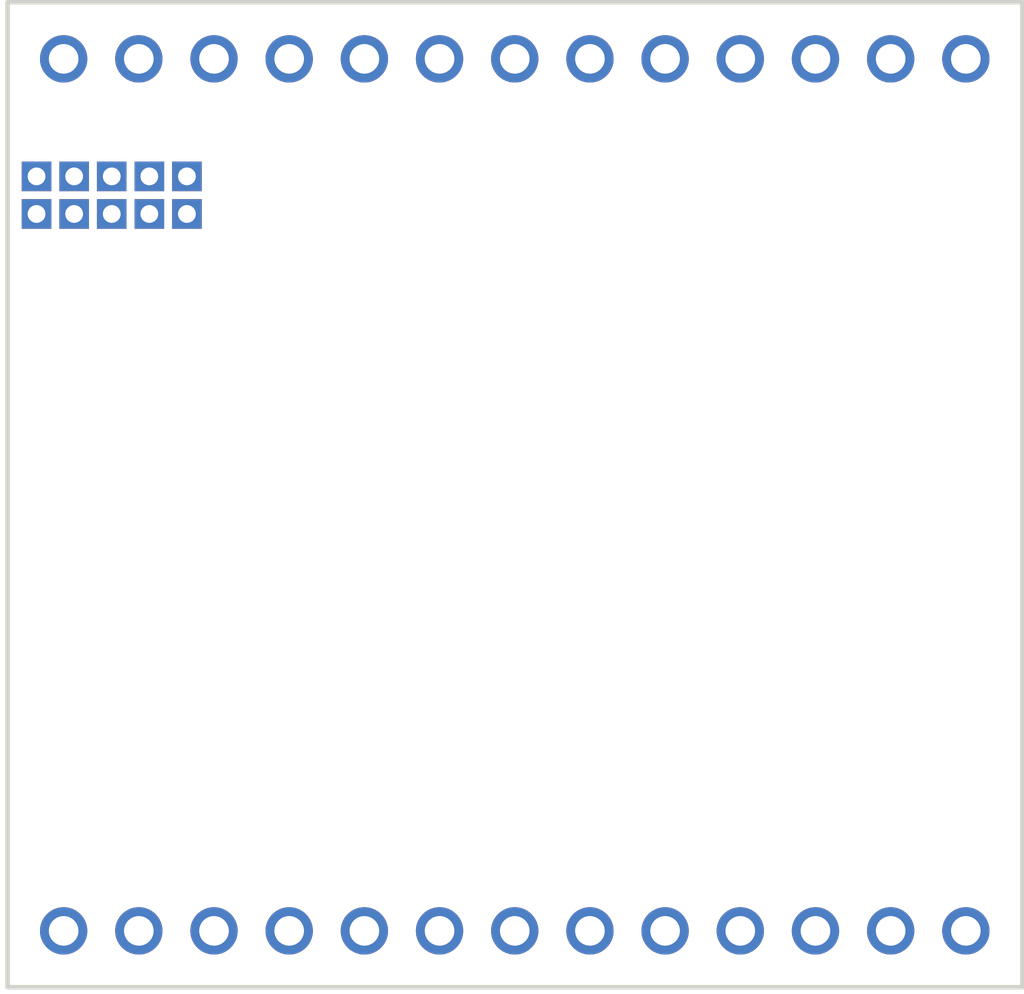
<source format=kicad_pcb>
(kicad_pcb (version 4) (host pcbnew 4.0.7)

  (general
    (links 0)
    (no_connects 0)
    (area 147.244999 69.3486 185.495001 106.755001)
    (thickness 1.6)
    (drawings 4)
    (tracks 0)
    (zones 0)
    (modules 1)
    (nets 27)
  )

  (page A4)
  (layers
    (0 F.Cu signal)
    (31 B.Cu signal)
    (32 B.Adhes user)
    (33 F.Adhes user)
    (34 B.Paste user)
    (35 F.Paste user)
    (36 B.SilkS user)
    (37 F.SilkS user)
    (38 B.Mask user)
    (39 F.Mask user)
    (40 Dwgs.User user)
    (41 Cmts.User user)
    (42 Eco1.User user)
    (43 Eco2.User user)
    (44 Edge.Cuts user)
    (45 Margin user)
    (46 B.CrtYd user)
    (47 F.CrtYd user)
    (48 B.Fab user)
    (49 F.Fab user)
  )

  (setup
    (last_trace_width 0.25)
    (trace_clearance 0.2)
    (zone_clearance 0.508)
    (zone_45_only no)
    (trace_min 0.2)
    (segment_width 0.2)
    (edge_width 0.15)
    (via_size 0.6)
    (via_drill 0.4)
    (via_min_size 0.4)
    (via_min_drill 0.3)
    (uvia_size 0.3)
    (uvia_drill 0.1)
    (uvias_allowed no)
    (uvia_min_size 0.2)
    (uvia_min_drill 0.1)
    (pcb_text_width 0.3)
    (pcb_text_size 1.5 1.5)
    (mod_edge_width 0.15)
    (mod_text_size 1 1)
    (mod_text_width 0.15)
    (pad_size 1.524 1.524)
    (pad_drill 0.762)
    (pad_to_mask_clearance 0.2)
    (aux_axis_origin 0 0)
    (visible_elements FFFFFF7F)
    (pcbplotparams
      (layerselection 0x00030_80000001)
      (usegerberextensions false)
      (excludeedgelayer true)
      (linewidth 0.100000)
      (plotframeref false)
      (viasonmask false)
      (mode 1)
      (useauxorigin false)
      (hpglpennumber 1)
      (hpglpenspeed 20)
      (hpglpendiameter 15)
      (hpglpenoverlay 2)
      (psnegative false)
      (psa4output false)
      (plotreference true)
      (plotvalue true)
      (plotinvisibletext false)
      (padsonsilk false)
      (subtractmaskfromsilk false)
      (outputformat 1)
      (mirror false)
      (drillshape 1)
      (scaleselection 1)
      (outputdirectory ""))
  )

  (net 0 "")
  (net 1 "Net-(S1-Pad14)")
  (net 2 "Net-(S1-Pad16)")
  (net 3 "Net-(S1-Pad17)")
  (net 4 "Net-(S1-Pad18)")
  (net 5 "Net-(S1-Pad19)")
  (net 6 "Net-(S1-Pad20)")
  (net 7 "Net-(S1-Pad21)")
  (net 8 "Net-(S1-Pad22)")
  (net 9 "Net-(S1-Pad23)")
  (net 10 "Net-(S1-Pad24)")
  (net 11 "Net-(S1-Pad25)")
  (net 12 "Net-(S1-Pad26)")
  (net 13 "Net-(S1-Pad1)")
  (net 14 "Net-(S1-Pad2)")
  (net 15 "Net-(S1-Pad3)")
  (net 16 "Net-(S1-Pad4)")
  (net 17 "Net-(S1-Pad5)")
  (net 18 "Net-(S1-Pad6)")
  (net 19 "Net-(S1-Pad7)")
  (net 20 "Net-(S1-Pad8)")
  (net 21 "Net-(S1-Pad11)")
  (net 22 "Net-(S1-Pad12)")
  (net 23 "Net-(S1-Pad13)")
  (net 24 3.3V)
  (net 25 "Net-(R1-Pad2)")
  (net 26 "Net-(R2-Pad2)")

  (net_class Default "Ceci est la Netclass par défaut"
    (clearance 0.2)
    (trace_width 0.25)
    (via_dia 0.6)
    (via_drill 0.4)
    (uvia_dia 0.3)
    (uvia_drill 0.1)
    (add_net 3.3V)
    (add_net "Net-(R1-Pad2)")
    (add_net "Net-(R2-Pad2)")
    (add_net "Net-(S1-Pad1)")
    (add_net "Net-(S1-Pad11)")
    (add_net "Net-(S1-Pad12)")
    (add_net "Net-(S1-Pad13)")
    (add_net "Net-(S1-Pad14)")
    (add_net "Net-(S1-Pad16)")
    (add_net "Net-(S1-Pad17)")
    (add_net "Net-(S1-Pad18)")
    (add_net "Net-(S1-Pad19)")
    (add_net "Net-(S1-Pad2)")
    (add_net "Net-(S1-Pad20)")
    (add_net "Net-(S1-Pad21)")
    (add_net "Net-(S1-Pad22)")
    (add_net "Net-(S1-Pad23)")
    (add_net "Net-(S1-Pad24)")
    (add_net "Net-(S1-Pad25)")
    (add_net "Net-(S1-Pad26)")
    (add_net "Net-(S1-Pad3)")
    (add_net "Net-(S1-Pad4)")
    (add_net "Net-(S1-Pad5)")
    (add_net "Net-(S1-Pad6)")
    (add_net "Net-(S1-Pad7)")
    (add_net "Net-(S1-Pad8)")
  )

  (module yah_shield:yah_shield (layer F.Cu) (tedit 5A593663) (tstamp 5A593ADE)
    (at 148.5011 105.0036)
    (path /5A5931FF)
    (fp_text reference S1 (at 32.23 -34.59) (layer F.SilkS) hide
      (effects (font (size 1 1) (thickness 0.15)))
    )
    (fp_text value yah_shield (at 5.21 -34.68) (layer F.Fab) hide
      (effects (font (size 1 1) (thickness 0.15)))
    )
    (fp_line (start 0 0) (end 34.29 0) (layer F.SilkS) (width 0.15))
    (fp_line (start 34.29 0) (end 34.29 -33.27) (layer F.SilkS) (width 0.15))
    (fp_line (start 34.29 -33.27) (end 0 -33.27) (layer F.SilkS) (width 0.15))
    (fp_line (start 0 -33.27) (end 0 0) (layer F.SilkS) (width 0.15))
    (pad 14 thru_hole circle (at 1.9 -1.9) (size 1.6 1.6) (drill 1) (layers *.Cu *.Mask)
      (net 1 "Net-(S1-Pad14)"))
    (pad 15 thru_hole circle (at 4.44 -1.9) (size 1.6 1.6) (drill 1) (layers *.Cu *.Mask)
      (net 24 3.3V))
    (pad 16 thru_hole circle (at 6.98 -1.9) (size 1.6 1.6) (drill 1) (layers *.Cu *.Mask)
      (net 2 "Net-(S1-Pad16)"))
    (pad 17 thru_hole circle (at 9.52 -1.9) (size 1.6 1.6) (drill 1) (layers *.Cu *.Mask)
      (net 3 "Net-(S1-Pad17)"))
    (pad 18 thru_hole circle (at 12.06 -1.9) (size 1.6 1.6) (drill 1) (layers *.Cu *.Mask)
      (net 4 "Net-(S1-Pad18)"))
    (pad 19 thru_hole circle (at 14.6 -1.9) (size 1.6 1.6) (drill 1) (layers *.Cu *.Mask)
      (net 5 "Net-(S1-Pad19)"))
    (pad 20 thru_hole circle (at 17.14 -1.9) (size 1.6 1.6) (drill 1) (layers *.Cu *.Mask)
      (net 6 "Net-(S1-Pad20)"))
    (pad 21 thru_hole circle (at 19.68 -1.9) (size 1.6 1.6) (drill 1) (layers *.Cu *.Mask)
      (net 7 "Net-(S1-Pad21)"))
    (pad 22 thru_hole circle (at 22.22 -1.9) (size 1.6 1.6) (drill 1) (layers *.Cu *.Mask)
      (net 8 "Net-(S1-Pad22)"))
    (pad 23 thru_hole circle (at 24.76 -1.9) (size 1.6 1.6) (drill 1) (layers *.Cu *.Mask)
      (net 9 "Net-(S1-Pad23)"))
    (pad 24 thru_hole circle (at 27.3 -1.9) (size 1.6 1.6) (drill 1) (layers *.Cu *.Mask)
      (net 10 "Net-(S1-Pad24)"))
    (pad 25 thru_hole circle (at 29.84 -1.9) (size 1.6 1.6) (drill 1) (layers *.Cu *.Mask)
      (net 11 "Net-(S1-Pad25)"))
    (pad 26 thru_hole circle (at 32.38 -1.9) (size 1.6 1.6) (drill 1) (layers *.Cu *.Mask)
      (net 12 "Net-(S1-Pad26)"))
    (pad 1 thru_hole circle (at 1.9 -31.36) (size 1.6 1.6) (drill 1) (layers *.Cu *.Mask)
      (net 13 "Net-(S1-Pad1)"))
    (pad 2 thru_hole circle (at 4.44 -31.36) (size 1.6 1.6) (drill 1) (layers *.Cu *.Mask)
      (net 14 "Net-(S1-Pad2)"))
    (pad 3 thru_hole circle (at 6.98 -31.36) (size 1.6 1.6) (drill 1) (layers *.Cu *.Mask)
      (net 15 "Net-(S1-Pad3)"))
    (pad 4 thru_hole circle (at 9.52 -31.36) (size 1.6 1.6) (drill 1) (layers *.Cu *.Mask)
      (net 16 "Net-(S1-Pad4)"))
    (pad 5 thru_hole circle (at 12.06 -31.36) (size 1.6 1.6) (drill 1) (layers *.Cu *.Mask)
      (net 17 "Net-(S1-Pad5)"))
    (pad 6 thru_hole circle (at 14.6 -31.36) (size 1.6 1.6) (drill 1) (layers *.Cu *.Mask)
      (net 18 "Net-(S1-Pad6)"))
    (pad 7 thru_hole circle (at 17.14 -31.36) (size 1.6 1.6) (drill 1) (layers *.Cu *.Mask)
      (net 19 "Net-(S1-Pad7)"))
    (pad 8 thru_hole circle (at 19.68 -31.36) (size 1.6 1.6) (drill 1) (layers *.Cu *.Mask)
      (net 20 "Net-(S1-Pad8)"))
    (pad 9 thru_hole circle (at 22.22 -31.36) (size 1.6 1.6) (drill 1) (layers *.Cu *.Mask)
      (net 25 "Net-(R1-Pad2)"))
    (pad 10 thru_hole circle (at 24.76 -31.36) (size 1.6 1.6) (drill 1) (layers *.Cu *.Mask)
      (net 26 "Net-(R2-Pad2)"))
    (pad 11 thru_hole circle (at 27.3 -31.36) (size 1.6 1.6) (drill 1) (layers *.Cu *.Mask)
      (net 21 "Net-(S1-Pad11)"))
    (pad 12 thru_hole circle (at 29.84 -31.36) (size 1.6 1.6) (drill 1) (layers *.Cu *.Mask)
      (net 22 "Net-(S1-Pad12)"))
    (pad 13 thru_hole circle (at 32.38 -31.36) (size 1.6 1.6) (drill 1) (layers *.Cu *.Mask)
      (net 23 "Net-(S1-Pad13)"))
    (pad "" thru_hole rect (at 3.525 -27.39) (size 1 1) (drill 0.6) (layers *.Cu *.Mask))
    (pad "" thru_hole rect (at 2.255 -27.39) (size 1 1) (drill 0.6) (layers *.Cu *.Mask))
    (pad "" thru_hole rect (at 0.985 -27.39) (size 1 1) (drill 0.6) (layers *.Cu *.Mask))
    (pad "" thru_hole rect (at 2.255 -26.12) (size 1 1) (drill 0.6) (layers *.Cu *.Mask))
    (pad "" thru_hole rect (at 0.985 -26.12) (size 1 1) (drill 0.6) (layers *.Cu *.Mask))
    (pad "" thru_hole rect (at 4.795 -27.39) (size 1 1) (drill 0.6) (layers *.Cu *.Mask))
    (pad "" thru_hole rect (at 6.065 -27.39) (size 1 1) (drill 0.6) (layers *.Cu *.Mask))
    (pad "" thru_hole rect (at 3.525 -26.12) (size 1 1) (drill 0.6) (layers *.Cu *.Mask))
    (pad "" thru_hole rect (at 4.795 -26.12) (size 1 1) (drill 0.6) (layers *.Cu *.Mask))
    (pad "" thru_hole rect (at 6.065 -26.12) (size 1 1) (drill 0.6) (layers *.Cu *.Mask))
  )

  (gr_line (start 148.51 71.73) (end 182.79 71.73) (angle 90) (layer Edge.Cuts) (width 0.15))
  (gr_line (start 148.51 105.01) (end 148.51 71.73) (angle 90) (layer Edge.Cuts) (width 0.15))
  (gr_line (start 182.79 105.01) (end 148.51 105.01) (angle 90) (layer Edge.Cuts) (width 0.15))
  (gr_line (start 182.79 71.75) (end 182.79 105.01) (angle 90) (layer Edge.Cuts) (width 0.15))

)

</source>
